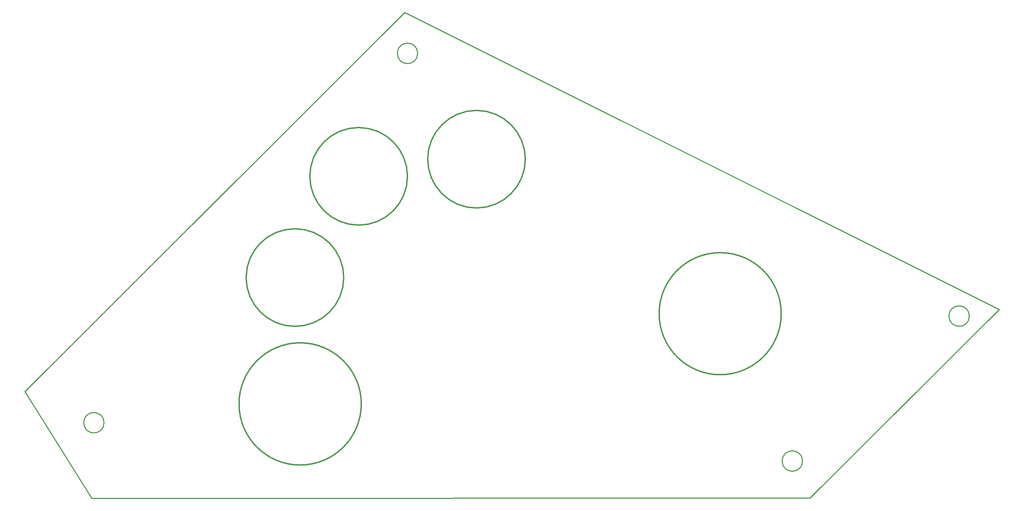
<source format=gm1>
%TF.GenerationSoftware,KiCad,Pcbnew,7.0.10*%
%TF.CreationDate,2024-03-23T19:14:43-04:00*%
%TF.ProjectId,left panel no aux,6c656674-2070-4616-9e65-6c206e6f2061,rev?*%
%TF.SameCoordinates,Original*%
%TF.FileFunction,Profile,NP*%
%FSLAX46Y46*%
G04 Gerber Fmt 4.6, Leading zero omitted, Abs format (unit mm)*
G04 Created by KiCad (PCBNEW 7.0.10) date 2024-03-23 19:14:43*
%MOMM*%
%LPD*%
G01*
G04 APERTURE LIST*
%TA.AperFunction,Profile*%
%ADD10C,0.250000*%
%TD*%
%TA.AperFunction,Profile*%
%ADD11C,0.350000*%
%TD*%
G04 APERTURE END LIST*
D10*
X273452993Y-106425857D02*
G75*
G03*
X268454959Y-106425857I-2499017J0D01*
G01*
X268454959Y-106425857D02*
G75*
G03*
X273452993Y-106425857I2499017J0D01*
G01*
X280774414Y-104802657D02*
X134772021Y-31850569D01*
D11*
X119793837Y-96961319D02*
G75*
G03*
X95806417Y-96961319I-11993710J0D01*
G01*
X95806417Y-96961319D02*
G75*
G03*
X119793837Y-96961319I11993710J0D01*
G01*
D10*
X60906541Y-132629166D02*
G75*
G03*
X55908501Y-132629166I-2499020J0D01*
G01*
X55908501Y-132629166D02*
G75*
G03*
X60906541Y-132629166I2499020J0D01*
G01*
X41461266Y-124938766D02*
X57874666Y-151205693D01*
D11*
X135445255Y-72082624D02*
G75*
G03*
X111457841Y-72082624I-11993707J0D01*
G01*
X111457841Y-72082624D02*
G75*
G03*
X135445255Y-72082624I11993707J0D01*
G01*
X227251486Y-105834731D02*
G75*
G03*
X197264860Y-105834731I-14993313J0D01*
G01*
X197264860Y-105834731D02*
G75*
G03*
X227251486Y-105834731I14993313J0D01*
G01*
D10*
X137943780Y-41878713D02*
G75*
G03*
X132945738Y-41878713I-2499021J0D01*
G01*
X132945738Y-41878713D02*
G75*
G03*
X137943780Y-41878713I2499021J0D01*
G01*
X134772021Y-31850569D02*
X41461266Y-124938766D01*
X232478935Y-142043745D02*
G75*
G03*
X227480899Y-142043745I-2499018J0D01*
G01*
X227480899Y-142043745D02*
G75*
G03*
X232478935Y-142043745I2499018J0D01*
G01*
X234329236Y-151137063D02*
X280774414Y-104802657D01*
X57874666Y-151205693D02*
X234329236Y-151137063D01*
D11*
X124094958Y-128009703D02*
G75*
G03*
X94064916Y-128009703I-15015021J0D01*
G01*
X94064916Y-128009703D02*
G75*
G03*
X124094958Y-128009703I15015021J0D01*
G01*
X164393710Y-67873710D02*
G75*
G03*
X140406290Y-67873710I-11993710J0D01*
G01*
X140406290Y-67873710D02*
G75*
G03*
X164393710Y-67873710I11993710J0D01*
G01*
M02*

</source>
